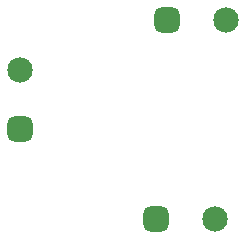
<source format=gbs>
G04*
G04 #@! TF.GenerationSoftware,Altium Limited,Altium Designer,24.9.1 (31)*
G04*
G04 Layer_Color=16711935*
%FSLAX44Y44*%
%MOMM*%
G71*
G04*
G04 #@! TF.SameCoordinates,6FF1A4AC-1349-41AC-8DD2-F97DD9D855A8*
G04*
G04*
G04 #@! TF.FilePolarity,Negative*
G04*
G01*
G75*
G04:AMPARAMS|DCode=18|XSize=2.1532mm|YSize=2.1532mm|CornerRadius=0.5891mm|HoleSize=0mm|Usage=FLASHONLY|Rotation=0.000|XOffset=0mm|YOffset=0mm|HoleType=Round|Shape=RoundedRectangle|*
%AMROUNDEDRECTD18*
21,1,2.1532,0.9750,0,0,0.0*
21,1,0.9750,2.1532,0,0,0.0*
1,1,1.1782,0.4875,-0.4875*
1,1,1.1782,-0.4875,-0.4875*
1,1,1.1782,-0.4875,0.4875*
1,1,1.1782,0.4875,0.4875*
%
%ADD18ROUNDEDRECTD18*%
%ADD19C,2.1532*%
G04:AMPARAMS|DCode=20|XSize=2.1532mm|YSize=2.1532mm|CornerRadius=0.5891mm|HoleSize=0mm|Usage=FLASHONLY|Rotation=90.000|XOffset=0mm|YOffset=0mm|HoleType=Round|Shape=RoundedRectangle|*
%AMROUNDEDRECTD20*
21,1,2.1532,0.9750,0,0,90.0*
21,1,0.9750,2.1532,0,0,90.0*
1,1,1.1782,0.4875,0.4875*
1,1,1.1782,0.4875,-0.4875*
1,1,1.1782,-0.4875,-0.4875*
1,1,1.1782,-0.4875,0.4875*
%
%ADD20ROUNDEDRECTD20*%
D18*
X168910Y215900D02*
D03*
X160020Y46990D02*
D03*
D19*
X218910Y215900D02*
D03*
X44490Y173590D02*
D03*
X210020Y46990D02*
D03*
D20*
X44490Y123590D02*
D03*
M02*

</source>
